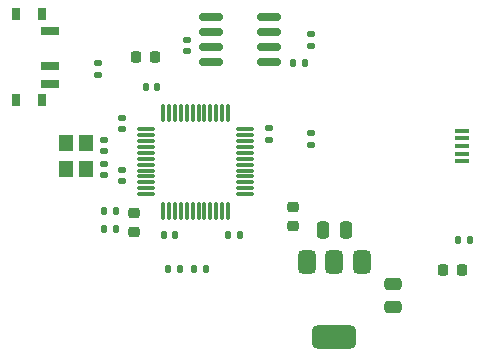
<source format=gbr>
%TF.GenerationSoftware,KiCad,Pcbnew,8.0.8-8.0.8-0~ubuntu24.04.1*%
%TF.CreationDate,2025-02-20T16:37:28+05:30*%
%TF.ProjectId,STM32_BT_IMU,53544d33-325f-4425-945f-494d552e6b69,rev?*%
%TF.SameCoordinates,Original*%
%TF.FileFunction,Paste,Top*%
%TF.FilePolarity,Positive*%
%FSLAX46Y46*%
G04 Gerber Fmt 4.6, Leading zero omitted, Abs format (unit mm)*
G04 Created by KiCad (PCBNEW 8.0.8-8.0.8-0~ubuntu24.04.1) date 2025-02-20 16:37:28*
%MOMM*%
%LPD*%
G01*
G04 APERTURE LIST*
G04 Aperture macros list*
%AMRoundRect*
0 Rectangle with rounded corners*
0 $1 Rounding radius*
0 $2 $3 $4 $5 $6 $7 $8 $9 X,Y pos of 4 corners*
0 Add a 4 corners polygon primitive as box body*
4,1,4,$2,$3,$4,$5,$6,$7,$8,$9,$2,$3,0*
0 Add four circle primitives for the rounded corners*
1,1,$1+$1,$2,$3*
1,1,$1+$1,$4,$5*
1,1,$1+$1,$6,$7*
1,1,$1+$1,$8,$9*
0 Add four rect primitives between the rounded corners*
20,1,$1+$1,$2,$3,$4,$5,0*
20,1,$1+$1,$4,$5,$6,$7,0*
20,1,$1+$1,$6,$7,$8,$9,0*
20,1,$1+$1,$8,$9,$2,$3,0*%
G04 Aperture macros list end*
%ADD10RoundRect,0.218750X-0.256250X0.218750X-0.256250X-0.218750X0.256250X-0.218750X0.256250X0.218750X0*%
%ADD11RoundRect,0.140000X-0.140000X-0.170000X0.140000X-0.170000X0.140000X0.170000X-0.140000X0.170000X0*%
%ADD12RoundRect,0.140000X0.170000X-0.140000X0.170000X0.140000X-0.170000X0.140000X-0.170000X-0.140000X0*%
%ADD13RoundRect,0.250000X0.250000X0.475000X-0.250000X0.475000X-0.250000X-0.475000X0.250000X-0.475000X0*%
%ADD14RoundRect,0.140000X0.140000X0.170000X-0.140000X0.170000X-0.140000X-0.170000X0.140000X-0.170000X0*%
%ADD15RoundRect,0.075000X-0.662500X-0.075000X0.662500X-0.075000X0.662500X0.075000X-0.662500X0.075000X0*%
%ADD16RoundRect,0.075000X-0.075000X-0.662500X0.075000X-0.662500X0.075000X0.662500X-0.075000X0.662500X0*%
%ADD17RoundRect,0.375000X-0.375000X0.625000X-0.375000X-0.625000X0.375000X-0.625000X0.375000X0.625000X0*%
%ADD18RoundRect,0.500000X-1.400000X0.500000X-1.400000X-0.500000X1.400000X-0.500000X1.400000X0.500000X0*%
%ADD19RoundRect,0.135000X-0.135000X-0.185000X0.135000X-0.185000X0.135000X0.185000X-0.135000X0.185000X0*%
%ADD20RoundRect,0.140000X-0.170000X0.140000X-0.170000X-0.140000X0.170000X-0.140000X0.170000X0.140000X0*%
%ADD21RoundRect,0.135000X0.185000X-0.135000X0.185000X0.135000X-0.185000X0.135000X-0.185000X-0.135000X0*%
%ADD22R,0.800000X1.000000*%
%ADD23R,1.500000X0.700000*%
%ADD24RoundRect,0.218750X0.218750X0.256250X-0.218750X0.256250X-0.218750X-0.256250X0.218750X-0.256250X0*%
%ADD25RoundRect,0.135000X0.135000X0.185000X-0.135000X0.185000X-0.135000X-0.185000X0.135000X-0.185000X0*%
%ADD26R,1.200000X1.400000*%
%ADD27R,1.300000X0.450000*%
%ADD28RoundRect,0.225000X-0.225000X-0.250000X0.225000X-0.250000X0.225000X0.250000X-0.225000X0.250000X0*%
%ADD29RoundRect,0.135000X-0.185000X0.135000X-0.185000X-0.135000X0.185000X-0.135000X0.185000X0.135000X0*%
%ADD30RoundRect,0.150000X-0.825000X-0.150000X0.825000X-0.150000X0.825000X0.150000X-0.825000X0.150000X0*%
%ADD31RoundRect,0.250000X-0.475000X0.250000X-0.475000X-0.250000X0.475000X-0.250000X0.475000X0.250000X0*%
G04 APERTURE END LIST*
D10*
%TO.C,FB1*%
X61000000Y-93212500D03*
X61000000Y-94787500D03*
%TD*%
D11*
%TO.C,C1*%
X62020000Y-82500000D03*
X62980000Y-82500000D03*
%TD*%
D12*
%TO.C,C6*%
X60000000Y-90480000D03*
X60000000Y-89520000D03*
%TD*%
D13*
%TO.C,C12*%
X78950000Y-94650000D03*
X77050000Y-94650000D03*
%TD*%
D14*
%TO.C,C7*%
X59480000Y-93000000D03*
X58520000Y-93000000D03*
%TD*%
D12*
%TO.C,C10*%
X58500000Y-87940000D03*
X58500000Y-86980000D03*
%TD*%
D15*
%TO.C,U1*%
X62087500Y-86087500D03*
X62087500Y-86587500D03*
X62087500Y-87087500D03*
X62087500Y-87587500D03*
X62087500Y-88087500D03*
X62087500Y-88587500D03*
X62087500Y-89087500D03*
X62087500Y-89587500D03*
X62087500Y-90087500D03*
X62087500Y-90587500D03*
X62087500Y-91087500D03*
X62087500Y-91587500D03*
D16*
X63500000Y-93000000D03*
X64000000Y-93000000D03*
X64500000Y-93000000D03*
X65000000Y-93000000D03*
X65500000Y-93000000D03*
X66000000Y-93000000D03*
X66500000Y-93000000D03*
X67000000Y-93000000D03*
X67500000Y-93000000D03*
X68000000Y-93000000D03*
X68500000Y-93000000D03*
X69000000Y-93000000D03*
D15*
X70412500Y-91587500D03*
X70412500Y-91087500D03*
X70412500Y-90587500D03*
X70412500Y-90087500D03*
X70412500Y-89587500D03*
X70412500Y-89087500D03*
X70412500Y-88587500D03*
X70412500Y-88087500D03*
X70412500Y-87587500D03*
X70412500Y-87087500D03*
X70412500Y-86587500D03*
X70412500Y-86087500D03*
D16*
X69000000Y-84675000D03*
X68500000Y-84675000D03*
X68000000Y-84675000D03*
X67500000Y-84675000D03*
X67000000Y-84675000D03*
X66500000Y-84675000D03*
X66000000Y-84675000D03*
X65500000Y-84675000D03*
X65000000Y-84675000D03*
X64500000Y-84675000D03*
X64000000Y-84675000D03*
X63500000Y-84675000D03*
%TD*%
D17*
%TO.C,U2*%
X80300000Y-97350000D03*
X78000000Y-97350000D03*
D18*
X78000000Y-103650000D03*
D17*
X75700000Y-97350000D03*
%TD*%
D19*
%TO.C,R5*%
X63890000Y-97900000D03*
X64910000Y-97900000D03*
%TD*%
D20*
%TO.C,C11*%
X58500000Y-89000000D03*
X58500000Y-89960000D03*
%TD*%
D10*
%TO.C,FB2*%
X74500000Y-92712500D03*
X74500000Y-94287500D03*
%TD*%
D12*
%TO.C,C4*%
X60000000Y-86087500D03*
X60000000Y-85127500D03*
%TD*%
D14*
%TO.C,C8*%
X59480000Y-94500000D03*
X58520000Y-94500000D03*
%TD*%
D21*
%TO.C,R2*%
X76000000Y-79010000D03*
X76000000Y-77990000D03*
%TD*%
D22*
%TO.C,SW1*%
X53280000Y-76350000D03*
X51070000Y-76350000D03*
X53280000Y-83650000D03*
X51070000Y-83650000D03*
D23*
X53930000Y-77750000D03*
X53930000Y-80750000D03*
X53930000Y-82250000D03*
%TD*%
D24*
%TO.C,D1*%
X88787500Y-98000000D03*
X87212500Y-98000000D03*
%TD*%
D20*
%TO.C,C3*%
X72500000Y-86020000D03*
X72500000Y-86980000D03*
%TD*%
D25*
%TO.C,R6*%
X67110000Y-97900000D03*
X66090000Y-97900000D03*
%TD*%
D26*
%TO.C,Y1*%
X55300000Y-87280000D03*
X55300000Y-89480000D03*
X57000000Y-89480000D03*
X57000000Y-87280000D03*
%TD*%
D27*
%TO.C,J1*%
X88845000Y-88800000D03*
X88845000Y-88150000D03*
X88845000Y-87500000D03*
X88845000Y-86850000D03*
X88845000Y-86200000D03*
%TD*%
D28*
%TO.C,C5*%
X61225000Y-80000000D03*
X62775000Y-80000000D03*
%TD*%
D25*
%TO.C,R4*%
X89510000Y-95500000D03*
X88490000Y-95500000D03*
%TD*%
D14*
%TO.C,C15*%
X75480000Y-80500000D03*
X74520000Y-80500000D03*
%TD*%
D29*
%TO.C,R1*%
X58000000Y-80490000D03*
X58000000Y-81510000D03*
%TD*%
D21*
%TO.C,R3*%
X76000000Y-87410000D03*
X76000000Y-86390000D03*
%TD*%
D30*
%TO.C,U3*%
X67525000Y-76595000D03*
X67525000Y-77865000D03*
X67525000Y-79135000D03*
X67525000Y-80405000D03*
X72475000Y-80405000D03*
X72475000Y-79135000D03*
X72475000Y-77865000D03*
X72475000Y-76595000D03*
%TD*%
D11*
%TO.C,C9*%
X63540000Y-95000000D03*
X64500000Y-95000000D03*
%TD*%
D12*
%TO.C,C14*%
X65500000Y-79480000D03*
X65500000Y-78520000D03*
%TD*%
D31*
%TO.C,C13*%
X83000000Y-99200000D03*
X83000000Y-101100000D03*
%TD*%
D14*
%TO.C,C2*%
X69980000Y-95000000D03*
X69020000Y-95000000D03*
%TD*%
M02*

</source>
